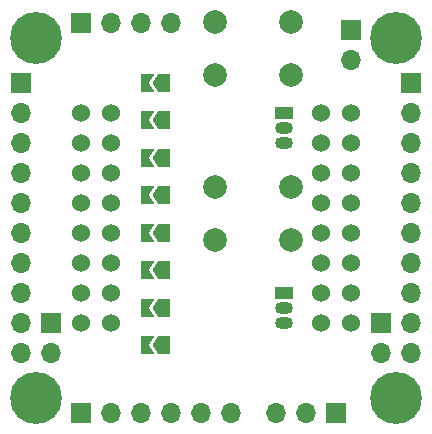
<source format=gbr>
%TF.GenerationSoftware,KiCad,Pcbnew,(6.0.7)*%
%TF.CreationDate,2022-09-26T10:55:09-05:00*%
%TF.ProjectId,OpenMuscle5,4f70656e-4d75-4736-936c-65352e6b6963,rev?*%
%TF.SameCoordinates,Original*%
%TF.FileFunction,Soldermask,Bot*%
%TF.FilePolarity,Negative*%
%FSLAX46Y46*%
G04 Gerber Fmt 4.6, Leading zero omitted, Abs format (unit mm)*
G04 Created by KiCad (PCBNEW (6.0.7)) date 2022-09-26 10:55:09*
%MOMM*%
%LPD*%
G01*
G04 APERTURE LIST*
G04 Aperture macros list*
%AMFreePoly0*
4,1,6,1.000000,0.000000,0.500000,-0.750000,-0.500000,-0.750000,-0.500000,0.750000,0.500000,0.750000,1.000000,0.000000,1.000000,0.000000,$1*%
%AMFreePoly1*
4,1,6,0.500000,-0.750000,-0.650000,-0.750000,-0.150000,0.000000,-0.650000,0.750000,0.500000,0.750000,0.500000,-0.750000,0.500000,-0.750000,$1*%
G04 Aperture macros list end*
%ADD10R,1.700000X1.700000*%
%ADD11O,1.700000X1.700000*%
%ADD12C,1.524000*%
%ADD13C,2.000000*%
%ADD14C,4.400000*%
%ADD15R,1.500000X1.050000*%
%ADD16O,1.500000X1.050000*%
%ADD17FreePoly0,180.000000*%
%ADD18FreePoly1,180.000000*%
G04 APERTURE END LIST*
D10*
%TO.C,BT1*%
X181610000Y-78105000D03*
D11*
X181610000Y-80645000D03*
%TD*%
D10*
%TO.C,Ch1*%
X158750000Y-110490000D03*
D11*
X161290000Y-110490000D03*
X163830000Y-110490000D03*
X166370000Y-110490000D03*
X168910000Y-110490000D03*
X171450000Y-110490000D03*
%TD*%
D10*
%TO.C,Five2*%
X184150000Y-102870000D03*
D11*
X184150000Y-105410000D03*
%TD*%
D10*
%TO.C,J1*%
X153670000Y-82550000D03*
D11*
X153670000Y-85090000D03*
X153670000Y-87630000D03*
X153670000Y-90170000D03*
X153670000Y-92710000D03*
X153670000Y-95250000D03*
X153670000Y-97790000D03*
X153670000Y-100330000D03*
X153670000Y-102870000D03*
X153670000Y-105410000D03*
%TD*%
D12*
%TO.C,E1*%
X158750000Y-85090000D03*
X161290000Y-85090000D03*
X161290000Y-87630000D03*
X158750000Y-87630000D03*
X161290000Y-90170000D03*
X158750000Y-90170000D03*
X161290000Y-92710000D03*
X158750000Y-92710000D03*
X161290000Y-95250000D03*
X158750000Y-95250000D03*
X161290000Y-97790000D03*
X158750000Y-97790000D03*
X158750000Y-100330000D03*
X161290000Y-100330000D03*
X161290000Y-102870000D03*
X179070000Y-102870000D03*
X181610000Y-97790000D03*
X179070000Y-97790000D03*
X181610000Y-95250000D03*
X179070000Y-95250000D03*
X181610000Y-92710000D03*
X179070000Y-92710000D03*
X181610000Y-90170000D03*
X179070000Y-90170000D03*
X181610000Y-87630000D03*
X179070000Y-87630000D03*
X181610000Y-85090000D03*
X179070000Y-85090000D03*
X179070000Y-100330000D03*
X181610000Y-100330000D03*
X158750000Y-102870000D03*
X181610000Y-102870000D03*
%TD*%
D13*
%TO.C,SW3*%
X170030000Y-91385000D03*
X176530000Y-91385000D03*
X176530000Y-95885000D03*
X170030000Y-95885000D03*
%TD*%
D10*
%TO.C,Five1*%
X156210000Y-102870000D03*
D11*
X156210000Y-105410000D03*
%TD*%
D14*
%TO.C,H3*%
X154940000Y-109220000D03*
%TD*%
D10*
%TO.C,S1*%
X158750000Y-77470000D03*
D11*
X161290000Y-77470000D03*
X163830000Y-77470000D03*
X166370000Y-77470000D03*
%TD*%
D14*
%TO.C,H4*%
X185420000Y-109220000D03*
%TD*%
%TO.C,H2*%
X185420000Y-78740000D03*
%TD*%
%TO.C,H1*%
X154940000Y-78740000D03*
%TD*%
D10*
%TO.C,J2*%
X186690000Y-82550000D03*
D11*
X186690000Y-85090000D03*
X186690000Y-87630000D03*
X186690000Y-90170000D03*
X186690000Y-92710000D03*
X186690000Y-95250000D03*
X186690000Y-97790000D03*
X186690000Y-100330000D03*
X186690000Y-102870000D03*
X186690000Y-105410000D03*
%TD*%
D10*
%TO.C,SW1*%
X180340000Y-110490000D03*
D11*
X177800000Y-110490000D03*
X175260000Y-110490000D03*
%TD*%
D13*
%TO.C,SW2*%
X170030000Y-77415000D03*
X176530000Y-77415000D03*
X170030000Y-81915000D03*
X176530000Y-81915000D03*
%TD*%
D15*
%TO.C,U2*%
X175895000Y-100330000D03*
D16*
X175895000Y-101600000D03*
X175895000Y-102870000D03*
%TD*%
D17*
%TO.C,JP1*%
X165735000Y-101600000D03*
D18*
X164285000Y-101600000D03*
%TD*%
D17*
%TO.C,JP2*%
X165735000Y-104775000D03*
D18*
X164285000Y-104775000D03*
%TD*%
D17*
%TO.C,A5*%
X165735000Y-95250000D03*
D18*
X164285000Y-95250000D03*
%TD*%
D17*
%TO.C,A4*%
X165735000Y-92075000D03*
D18*
X164285000Y-92075000D03*
%TD*%
D15*
%TO.C,U1*%
X175895000Y-85090000D03*
D16*
X175895000Y-86360000D03*
X175895000Y-87630000D03*
%TD*%
D17*
%TO.C,A2*%
X165735000Y-85725000D03*
D18*
X164285000Y-85725000D03*
%TD*%
D17*
%TO.C,A3*%
X165735000Y-88900000D03*
D18*
X164285000Y-88900000D03*
%TD*%
D17*
%TO.C,A6*%
X165735000Y-98425000D03*
D18*
X164285000Y-98425000D03*
%TD*%
D17*
%TO.C,A1*%
X165735000Y-82550000D03*
D18*
X164285000Y-82550000D03*
%TD*%
M02*

</source>
